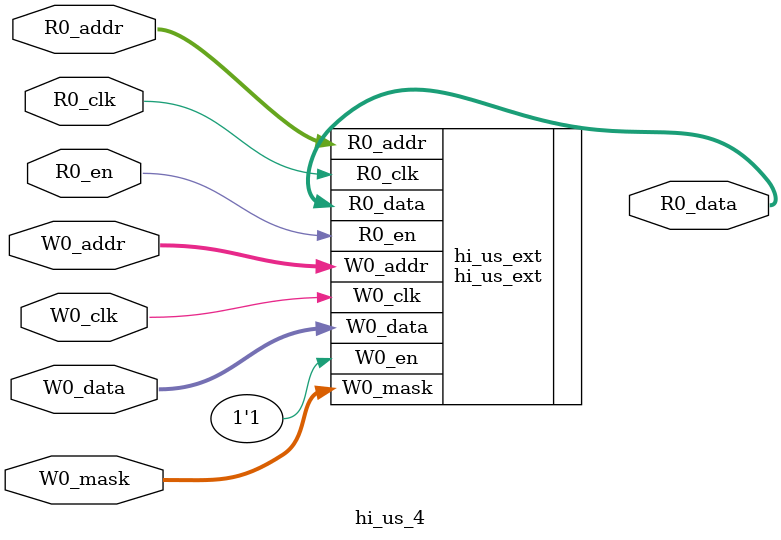
<source format=sv>
`ifndef RANDOMIZE
  `ifdef RANDOMIZE_MEM_INIT
    `define RANDOMIZE
  `endif // RANDOMIZE_MEM_INIT
`endif // not def RANDOMIZE
`ifndef RANDOMIZE
  `ifdef RANDOMIZE_REG_INIT
    `define RANDOMIZE
  `endif // RANDOMIZE_REG_INIT
`endif // not def RANDOMIZE

`ifndef RANDOM
  `define RANDOM $random
`endif // not def RANDOM

// Users can define INIT_RANDOM as general code that gets injected into the
// initializer block for modules with registers.
`ifndef INIT_RANDOM
  `define INIT_RANDOM
`endif // not def INIT_RANDOM

// If using random initialization, you can also define RANDOMIZE_DELAY to
// customize the delay used, otherwise 0.002 is used.
`ifndef RANDOMIZE_DELAY
  `define RANDOMIZE_DELAY 0.002
`endif // not def RANDOMIZE_DELAY

// Define INIT_RANDOM_PROLOG_ for use in our modules below.
`ifndef INIT_RANDOM_PROLOG_
  `ifdef RANDOMIZE
    `ifdef VERILATOR
      `define INIT_RANDOM_PROLOG_ `INIT_RANDOM
    `else  // VERILATOR
      `define INIT_RANDOM_PROLOG_ `INIT_RANDOM #`RANDOMIZE_DELAY begin end
    `endif // VERILATOR
  `else  // RANDOMIZE
    `define INIT_RANDOM_PROLOG_
  `endif // RANDOMIZE
`endif // not def INIT_RANDOM_PROLOG_

// Include register initializers in init blocks unless synthesis is set
`ifndef SYNTHESIS
  `ifndef ENABLE_INITIAL_REG_
    `define ENABLE_INITIAL_REG_
  `endif // not def ENABLE_INITIAL_REG_
`endif // not def SYNTHESIS

// Include rmemory initializers in init blocks unless synthesis is set
`ifndef SYNTHESIS
  `ifndef ENABLE_INITIAL_MEM_
    `define ENABLE_INITIAL_MEM_
  `endif // not def ENABLE_INITIAL_MEM_
`endif // not def SYNTHESIS

// Standard header to adapt well known macros for prints and assertions.

// Users can define 'PRINTF_COND' to add an extra gate to prints.
`ifndef PRINTF_COND_
  `ifdef PRINTF_COND
    `define PRINTF_COND_ (`PRINTF_COND)
  `else  // PRINTF_COND
    `define PRINTF_COND_ 1
  `endif // PRINTF_COND
`endif // not def PRINTF_COND_

// Users can define 'ASSERT_VERBOSE_COND' to add an extra gate to assert error printing.
`ifndef ASSERT_VERBOSE_COND_
  `ifdef ASSERT_VERBOSE_COND
    `define ASSERT_VERBOSE_COND_ (`ASSERT_VERBOSE_COND)
  `else  // ASSERT_VERBOSE_COND
    `define ASSERT_VERBOSE_COND_ 1
  `endif // ASSERT_VERBOSE_COND
`endif // not def ASSERT_VERBOSE_COND_

// Users can define 'STOP_COND' to add an extra gate to stop conditions.
`ifndef STOP_COND_
  `ifdef STOP_COND
    `define STOP_COND_ (`STOP_COND)
  `else  // STOP_COND
    `define STOP_COND_ 1
  `endif // STOP_COND
`endif // not def STOP_COND_

module hi_us_4(	// @[generators/boom/src/main/scala/ifu/bpd/tage.scala:89:27]
  input  [6:0] R0_addr,
  input        R0_en,
               R0_clk,
  output [3:0] R0_data,
  input  [6:0] W0_addr,
  input        W0_clk,
  input  [3:0] W0_data,
               W0_mask
);

  hi_us_ext hi_us_ext (	// @[generators/boom/src/main/scala/ifu/bpd/tage.scala:89:27]
    .R0_addr (R0_addr),
    .R0_en   (R0_en),
    .R0_clk  (R0_clk),
    .R0_data (R0_data),
    .W0_addr (W0_addr),
    .W0_en   (1'h1),	// @[generators/boom/src/main/scala/ifu/bpd/tage.scala:89:27]
    .W0_clk  (W0_clk),
    .W0_data (W0_data),
    .W0_mask (W0_mask)
  );
endmodule


</source>
